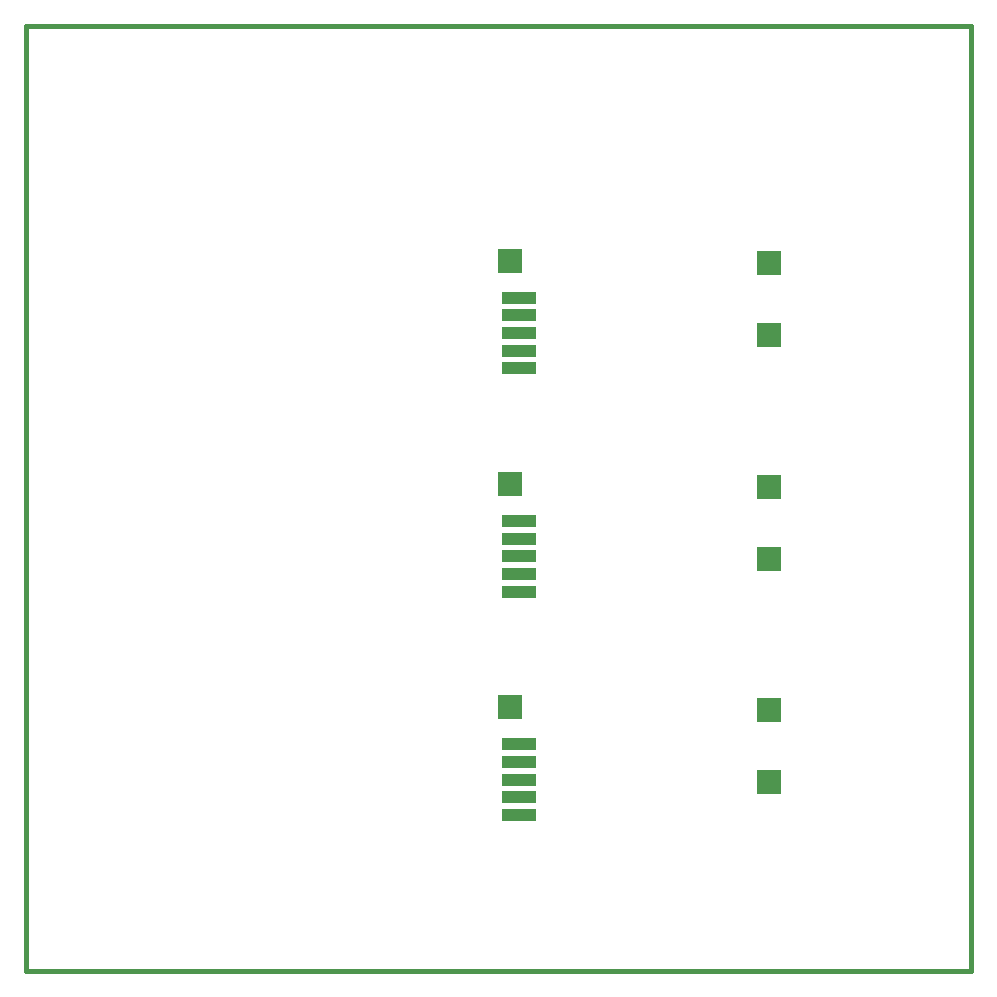
<source format=gtp>
G75*
%MOIN*%
%OFA0B0*%
%FSLAX25Y25*%
%IPPOS*%
%LPD*%
%AMOC8*
5,1,8,0,0,1.08239X$1,22.5*
%
%ADD10C,0.01600*%
%ADD11R,0.11811X0.04331*%
%ADD12R,0.07874X0.07874*%
D10*
X0023079Y0013236D02*
X0338039Y0013236D01*
X0338039Y0328197D01*
X0023079Y0328197D01*
X0023079Y0013236D01*
D11*
X0187252Y0065205D03*
X0187252Y0071110D03*
X0187252Y0077016D03*
X0187252Y0082921D03*
X0187252Y0088827D03*
X0187252Y0139614D03*
X0187252Y0145520D03*
X0187252Y0151425D03*
X0187252Y0157331D03*
X0187252Y0163236D03*
X0187252Y0214024D03*
X0187252Y0219929D03*
X0187252Y0225835D03*
X0187252Y0231740D03*
X0187252Y0237646D03*
D12*
X0184496Y0249850D03*
X0184496Y0175441D03*
X0184496Y0101031D03*
X0270717Y0100244D03*
X0270717Y0076228D03*
X0270717Y0150638D03*
X0270717Y0174654D03*
X0270717Y0225047D03*
X0270717Y0249063D03*
M02*

</source>
